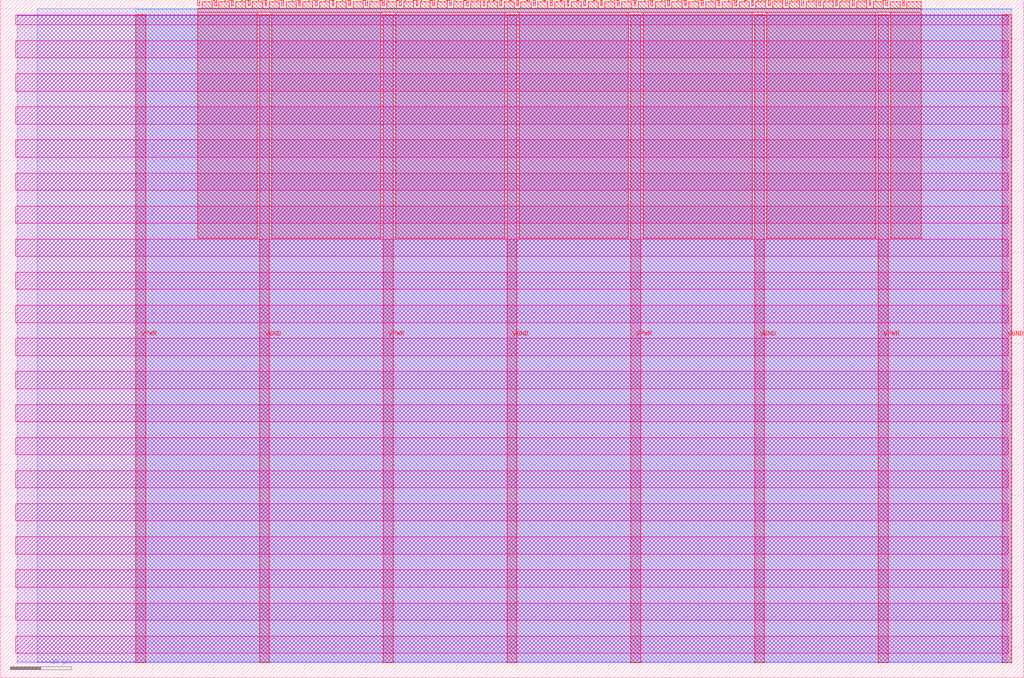
<source format=lef>
VERSION 5.7 ;
  NOWIREEXTENSIONATPIN ON ;
  DIVIDERCHAR "/" ;
  BUSBITCHARS "[]" ;
MACRO tt_um_mvm
  CLASS BLOCK ;
  FOREIGN tt_um_mvm ;
  ORIGIN 0.000 0.000 ;
  SIZE 168.360 BY 111.520 ;
  PIN VGND
    DIRECTION INOUT ;
    USE GROUND ;
    PORT
      LAYER met4 ;
        RECT 42.670 2.480 44.270 109.040 ;
    END
    PORT
      LAYER met4 ;
        RECT 83.380 2.480 84.980 109.040 ;
    END
    PORT
      LAYER met4 ;
        RECT 124.090 2.480 125.690 109.040 ;
    END
    PORT
      LAYER met4 ;
        RECT 164.800 2.480 166.400 109.040 ;
    END
  END VGND
  PIN VPWR
    DIRECTION INOUT ;
    USE POWER ;
    PORT
      LAYER met4 ;
        RECT 22.315 2.480 23.915 109.040 ;
    END
    PORT
      LAYER met4 ;
        RECT 63.025 2.480 64.625 109.040 ;
    END
    PORT
      LAYER met4 ;
        RECT 103.735 2.480 105.335 109.040 ;
    END
    PORT
      LAYER met4 ;
        RECT 144.445 2.480 146.045 109.040 ;
    END
  END VPWR
  PIN clk
    DIRECTION INPUT ;
    USE SIGNAL ;
    ANTENNAGATEAREA 0.852000 ;
    PORT
      LAYER met4 ;
        RECT 145.670 110.520 145.970 111.520 ;
    END
  END clk
  PIN ena
    DIRECTION INPUT ;
    USE SIGNAL ;
    ANTENNAGATEAREA 0.196500 ;
    PORT
      LAYER met4 ;
        RECT 148.430 110.520 148.730 111.520 ;
    END
  END ena
  PIN rst_n
    DIRECTION INPUT ;
    USE SIGNAL ;
    ANTENNAGATEAREA 0.196500 ;
    PORT
      LAYER met4 ;
        RECT 142.910 110.520 143.210 111.520 ;
    END
  END rst_n
  PIN ui_in[0]
    DIRECTION INPUT ;
    USE SIGNAL ;
    ANTENNAGATEAREA 0.159000 ;
    PORT
      LAYER met4 ;
        RECT 140.150 110.520 140.450 111.520 ;
    END
  END ui_in[0]
  PIN ui_in[1]
    DIRECTION INPUT ;
    USE SIGNAL ;
    ANTENNAGATEAREA 0.159000 ;
    PORT
      LAYER met4 ;
        RECT 137.390 110.520 137.690 111.520 ;
    END
  END ui_in[1]
  PIN ui_in[2]
    DIRECTION INPUT ;
    USE SIGNAL ;
    ANTENNAGATEAREA 0.159000 ;
    PORT
      LAYER met4 ;
        RECT 134.630 110.520 134.930 111.520 ;
    END
  END ui_in[2]
  PIN ui_in[3]
    DIRECTION INPUT ;
    USE SIGNAL ;
    ANTENNAGATEAREA 0.159000 ;
    PORT
      LAYER met4 ;
        RECT 131.870 110.520 132.170 111.520 ;
    END
  END ui_in[3]
  PIN ui_in[4]
    DIRECTION INPUT ;
    USE SIGNAL ;
    ANTENNAGATEAREA 0.159000 ;
    PORT
      LAYER met4 ;
        RECT 129.110 110.520 129.410 111.520 ;
    END
  END ui_in[4]
  PIN ui_in[5]
    DIRECTION INPUT ;
    USE SIGNAL ;
    ANTENNAGATEAREA 0.159000 ;
    PORT
      LAYER met4 ;
        RECT 126.350 110.520 126.650 111.520 ;
    END
  END ui_in[5]
  PIN ui_in[6]
    DIRECTION INPUT ;
    USE SIGNAL ;
    ANTENNAGATEAREA 0.159000 ;
    PORT
      LAYER met4 ;
        RECT 123.590 110.520 123.890 111.520 ;
    END
  END ui_in[6]
  PIN ui_in[7]
    DIRECTION INPUT ;
    USE SIGNAL ;
    ANTENNAGATEAREA 0.159000 ;
    PORT
      LAYER met4 ;
        RECT 120.830 110.520 121.130 111.520 ;
    END
  END ui_in[7]
  PIN uio_in[0]
    DIRECTION INPUT ;
    USE SIGNAL ;
    PORT
      LAYER met4 ;
        RECT 118.070 110.520 118.370 111.520 ;
    END
  END uio_in[0]
  PIN uio_in[1]
    DIRECTION INPUT ;
    USE SIGNAL ;
    PORT
      LAYER met4 ;
        RECT 115.310 110.520 115.610 111.520 ;
    END
  END uio_in[1]
  PIN uio_in[2]
    DIRECTION INPUT ;
    USE SIGNAL ;
    ANTENNAGATEAREA 0.196500 ;
    PORT
      LAYER met4 ;
        RECT 112.550 110.520 112.850 111.520 ;
    END
  END uio_in[2]
  PIN uio_in[3]
    DIRECTION INPUT ;
    USE SIGNAL ;
    ANTENNAGATEAREA 0.196500 ;
    PORT
      LAYER met4 ;
        RECT 109.790 110.520 110.090 111.520 ;
    END
  END uio_in[3]
  PIN uio_in[4]
    DIRECTION INPUT ;
    USE SIGNAL ;
    ANTENNAGATEAREA 0.159000 ;
    PORT
      LAYER met4 ;
        RECT 107.030 110.520 107.330 111.520 ;
    END
  END uio_in[4]
  PIN uio_in[5]
    DIRECTION INPUT ;
    USE SIGNAL ;
    ANTENNAGATEAREA 0.159000 ;
    PORT
      LAYER met4 ;
        RECT 104.270 110.520 104.570 111.520 ;
    END
  END uio_in[5]
  PIN uio_in[6]
    DIRECTION INPUT ;
    USE SIGNAL ;
    ANTENNAGATEAREA 0.159000 ;
    PORT
      LAYER met4 ;
        RECT 101.510 110.520 101.810 111.520 ;
    END
  END uio_in[6]
  PIN uio_in[7]
    DIRECTION INPUT ;
    USE SIGNAL ;
    ANTENNAGATEAREA 0.159000 ;
    PORT
      LAYER met4 ;
        RECT 98.750 110.520 99.050 111.520 ;
    END
  END uio_in[7]
  PIN uio_oe[0]
    DIRECTION OUTPUT TRISTATE ;
    USE SIGNAL ;
    PORT
      LAYER met4 ;
        RECT 51.830 110.520 52.130 111.520 ;
    END
  END uio_oe[0]
  PIN uio_oe[1]
    DIRECTION OUTPUT TRISTATE ;
    USE SIGNAL ;
    PORT
      LAYER met4 ;
        RECT 49.070 110.520 49.370 111.520 ;
    END
  END uio_oe[1]
  PIN uio_oe[2]
    DIRECTION OUTPUT TRISTATE ;
    USE SIGNAL ;
    PORT
      LAYER met4 ;
        RECT 46.310 110.520 46.610 111.520 ;
    END
  END uio_oe[2]
  PIN uio_oe[3]
    DIRECTION OUTPUT TRISTATE ;
    USE SIGNAL ;
    PORT
      LAYER met4 ;
        RECT 43.550 110.520 43.850 111.520 ;
    END
  END uio_oe[3]
  PIN uio_oe[4]
    DIRECTION OUTPUT TRISTATE ;
    USE SIGNAL ;
    PORT
      LAYER met4 ;
        RECT 40.790 110.520 41.090 111.520 ;
    END
  END uio_oe[4]
  PIN uio_oe[5]
    DIRECTION OUTPUT TRISTATE ;
    USE SIGNAL ;
    PORT
      LAYER met4 ;
        RECT 38.030 110.520 38.330 111.520 ;
    END
  END uio_oe[5]
  PIN uio_oe[6]
    DIRECTION OUTPUT TRISTATE ;
    USE SIGNAL ;
    PORT
      LAYER met4 ;
        RECT 35.270 110.520 35.570 111.520 ;
    END
  END uio_oe[6]
  PIN uio_oe[7]
    DIRECTION OUTPUT TRISTATE ;
    USE SIGNAL ;
    PORT
      LAYER met4 ;
        RECT 32.510 110.520 32.810 111.520 ;
    END
  END uio_oe[7]
  PIN uio_out[0]
    DIRECTION OUTPUT TRISTATE ;
    USE SIGNAL ;
    ANTENNADIFFAREA 0.795200 ;
    PORT
      LAYER met4 ;
        RECT 73.910 110.520 74.210 111.520 ;
    END
  END uio_out[0]
  PIN uio_out[1]
    DIRECTION OUTPUT TRISTATE ;
    USE SIGNAL ;
    ANTENNADIFFAREA 0.795200 ;
    PORT
      LAYER met4 ;
        RECT 71.150 110.520 71.450 111.520 ;
    END
  END uio_out[1]
  PIN uio_out[2]
    DIRECTION OUTPUT TRISTATE ;
    USE SIGNAL ;
    PORT
      LAYER met4 ;
        RECT 68.390 110.520 68.690 111.520 ;
    END
  END uio_out[2]
  PIN uio_out[3]
    DIRECTION OUTPUT TRISTATE ;
    USE SIGNAL ;
    PORT
      LAYER met4 ;
        RECT 65.630 110.520 65.930 111.520 ;
    END
  END uio_out[3]
  PIN uio_out[4]
    DIRECTION OUTPUT TRISTATE ;
    USE SIGNAL ;
    PORT
      LAYER met4 ;
        RECT 62.870 110.520 63.170 111.520 ;
    END
  END uio_out[4]
  PIN uio_out[5]
    DIRECTION OUTPUT TRISTATE ;
    USE SIGNAL ;
    PORT
      LAYER met4 ;
        RECT 60.110 110.520 60.410 111.520 ;
    END
  END uio_out[5]
  PIN uio_out[6]
    DIRECTION OUTPUT TRISTATE ;
    USE SIGNAL ;
    PORT
      LAYER met4 ;
        RECT 57.350 110.520 57.650 111.520 ;
    END
  END uio_out[6]
  PIN uio_out[7]
    DIRECTION OUTPUT TRISTATE ;
    USE SIGNAL ;
    PORT
      LAYER met4 ;
        RECT 54.590 110.520 54.890 111.520 ;
    END
  END uio_out[7]
  PIN uo_out[0]
    DIRECTION OUTPUT TRISTATE ;
    USE SIGNAL ;
    ANTENNAGATEAREA 0.247500 ;
    ANTENNADIFFAREA 0.445500 ;
    PORT
      LAYER met4 ;
        RECT 95.990 110.520 96.290 111.520 ;
    END
  END uo_out[0]
  PIN uo_out[1]
    DIRECTION OUTPUT TRISTATE ;
    USE SIGNAL ;
    ANTENNAGATEAREA 0.247500 ;
    ANTENNADIFFAREA 0.891000 ;
    PORT
      LAYER met4 ;
        RECT 93.230 110.520 93.530 111.520 ;
    END
  END uo_out[1]
  PIN uo_out[2]
    DIRECTION OUTPUT TRISTATE ;
    USE SIGNAL ;
    ANTENNAGATEAREA 0.247500 ;
    ANTENNADIFFAREA 0.445500 ;
    PORT
      LAYER met4 ;
        RECT 90.470 110.520 90.770 111.520 ;
    END
  END uo_out[2]
  PIN uo_out[3]
    DIRECTION OUTPUT TRISTATE ;
    USE SIGNAL ;
    ANTENNAGATEAREA 0.247500 ;
    ANTENNADIFFAREA 0.445500 ;
    PORT
      LAYER met4 ;
        RECT 87.710 110.520 88.010 111.520 ;
    END
  END uo_out[3]
  PIN uo_out[4]
    DIRECTION OUTPUT TRISTATE ;
    USE SIGNAL ;
    ANTENNAGATEAREA 0.247500 ;
    ANTENNADIFFAREA 0.445500 ;
    PORT
      LAYER met4 ;
        RECT 84.950 110.520 85.250 111.520 ;
    END
  END uo_out[4]
  PIN uo_out[5]
    DIRECTION OUTPUT TRISTATE ;
    USE SIGNAL ;
    ANTENNAGATEAREA 0.247500 ;
    ANTENNADIFFAREA 0.445500 ;
    PORT
      LAYER met4 ;
        RECT 82.190 110.520 82.490 111.520 ;
    END
  END uo_out[5]
  PIN uo_out[6]
    DIRECTION OUTPUT TRISTATE ;
    USE SIGNAL ;
    ANTENNAGATEAREA 0.247500 ;
    ANTENNADIFFAREA 0.445500 ;
    PORT
      LAYER met4 ;
        RECT 79.430 110.520 79.730 111.520 ;
    END
  END uo_out[6]
  PIN uo_out[7]
    DIRECTION OUTPUT TRISTATE ;
    USE SIGNAL ;
    ANTENNAGATEAREA 0.247500 ;
    ANTENNADIFFAREA 0.445500 ;
    PORT
      LAYER met4 ;
        RECT 76.670 110.520 76.970 111.520 ;
    END
  END uo_out[7]
  OBS
      LAYER nwell ;
        RECT 2.570 107.385 165.790 108.990 ;
        RECT 2.570 101.945 165.790 104.775 ;
        RECT 2.570 96.505 165.790 99.335 ;
        RECT 2.570 91.065 165.790 93.895 ;
        RECT 2.570 85.625 165.790 88.455 ;
        RECT 2.570 80.185 165.790 83.015 ;
        RECT 2.570 74.745 165.790 77.575 ;
        RECT 2.570 69.305 165.790 72.135 ;
        RECT 2.570 63.865 165.790 66.695 ;
        RECT 2.570 58.425 165.790 61.255 ;
        RECT 2.570 52.985 165.790 55.815 ;
        RECT 2.570 47.545 165.790 50.375 ;
        RECT 2.570 42.105 165.790 44.935 ;
        RECT 2.570 36.665 165.790 39.495 ;
        RECT 2.570 31.225 165.790 34.055 ;
        RECT 2.570 25.785 165.790 28.615 ;
        RECT 2.570 20.345 165.790 23.175 ;
        RECT 2.570 14.905 165.790 17.735 ;
        RECT 2.570 9.465 165.790 12.295 ;
        RECT 2.570 4.025 165.790 6.855 ;
      LAYER li1 ;
        RECT 2.760 2.635 165.600 108.885 ;
      LAYER met1 ;
        RECT 2.760 2.480 166.400 109.040 ;
      LAYER met2 ;
        RECT 6.080 2.535 166.370 110.005 ;
      LAYER met3 ;
        RECT 22.325 2.555 166.390 109.985 ;
      LAYER met4 ;
        RECT 33.210 110.120 34.870 111.170 ;
        RECT 35.970 110.120 37.630 111.170 ;
        RECT 38.730 110.120 40.390 111.170 ;
        RECT 41.490 110.120 43.150 111.170 ;
        RECT 44.250 110.120 45.910 111.170 ;
        RECT 47.010 110.120 48.670 111.170 ;
        RECT 49.770 110.120 51.430 111.170 ;
        RECT 52.530 110.120 54.190 111.170 ;
        RECT 55.290 110.120 56.950 111.170 ;
        RECT 58.050 110.120 59.710 111.170 ;
        RECT 60.810 110.120 62.470 111.170 ;
        RECT 63.570 110.120 65.230 111.170 ;
        RECT 66.330 110.120 67.990 111.170 ;
        RECT 69.090 110.120 70.750 111.170 ;
        RECT 71.850 110.120 73.510 111.170 ;
        RECT 74.610 110.120 76.270 111.170 ;
        RECT 77.370 110.120 79.030 111.170 ;
        RECT 80.130 110.120 81.790 111.170 ;
        RECT 82.890 110.120 84.550 111.170 ;
        RECT 85.650 110.120 87.310 111.170 ;
        RECT 88.410 110.120 90.070 111.170 ;
        RECT 91.170 110.120 92.830 111.170 ;
        RECT 93.930 110.120 95.590 111.170 ;
        RECT 96.690 110.120 98.350 111.170 ;
        RECT 99.450 110.120 101.110 111.170 ;
        RECT 102.210 110.120 103.870 111.170 ;
        RECT 104.970 110.120 106.630 111.170 ;
        RECT 107.730 110.120 109.390 111.170 ;
        RECT 110.490 110.120 112.150 111.170 ;
        RECT 113.250 110.120 114.910 111.170 ;
        RECT 116.010 110.120 117.670 111.170 ;
        RECT 118.770 110.120 120.430 111.170 ;
        RECT 121.530 110.120 123.190 111.170 ;
        RECT 124.290 110.120 125.950 111.170 ;
        RECT 127.050 110.120 128.710 111.170 ;
        RECT 129.810 110.120 131.470 111.170 ;
        RECT 132.570 110.120 134.230 111.170 ;
        RECT 135.330 110.120 136.990 111.170 ;
        RECT 138.090 110.120 139.750 111.170 ;
        RECT 140.850 110.120 142.510 111.170 ;
        RECT 143.610 110.120 145.270 111.170 ;
        RECT 146.370 110.120 148.030 111.170 ;
        RECT 149.130 110.120 151.505 111.170 ;
        RECT 32.495 109.440 151.505 110.120 ;
        RECT 32.495 72.255 42.270 109.440 ;
        RECT 44.670 72.255 62.625 109.440 ;
        RECT 65.025 72.255 82.980 109.440 ;
        RECT 85.380 72.255 103.335 109.440 ;
        RECT 105.735 72.255 123.690 109.440 ;
        RECT 126.090 72.255 144.045 109.440 ;
        RECT 146.445 72.255 151.505 109.440 ;
  END
END tt_um_mvm
END LIBRARY


</source>
